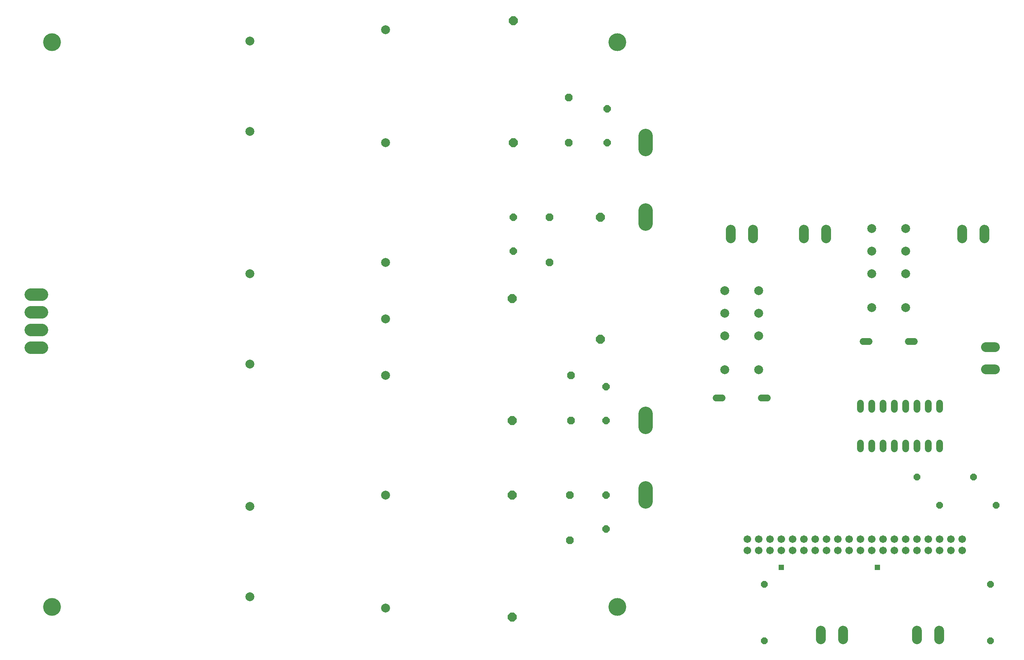
<source format=gts>
G75*
%MOIN*%
%OFA0B0*%
%FSLAX25Y25*%
%IPPOS*%
%LPD*%
%AMOC8*
5,1,8,0,0,1.08239X$1,22.5*
%
%ADD10C,0.15750*%
%ADD11C,0.07887*%
%ADD12C,0.12650*%
%ADD13C,0.10839*%
%ADD14OC8,0.07850*%
%ADD15OC8,0.06800*%
%ADD16OC8,0.06400*%
%ADD17OC8,0.06000*%
%ADD18C,0.06737*%
%ADD19C,0.08600*%
%ADD20C,0.06000*%
%ADD21R,0.04762X0.04762*%
D10*
X0051800Y0051800D03*
X0551800Y0051800D03*
X0551800Y0551800D03*
X0051800Y0551800D03*
D11*
X0226800Y0552800D03*
X0226800Y0472800D03*
X0346800Y0462800D03*
X0346800Y0562800D03*
X0346800Y0356800D03*
X0346800Y0306800D03*
X0346800Y0256800D03*
X0226800Y0266800D03*
X0226800Y0346800D03*
X0346800Y0150800D03*
X0226800Y0140800D03*
X0226800Y0060800D03*
X0346800Y0050800D03*
X0646800Y0261800D03*
X0676800Y0261800D03*
X0676800Y0291800D03*
X0676800Y0311800D03*
X0676800Y0331800D03*
X0646800Y0331800D03*
X0646800Y0311800D03*
X0646800Y0291800D03*
X0776800Y0316800D03*
X0806800Y0316800D03*
X0806800Y0346800D03*
X0806800Y0366800D03*
X0806800Y0386800D03*
X0776800Y0386800D03*
X0776800Y0366800D03*
X0776800Y0346800D03*
D12*
X0576800Y0390875D02*
X0576800Y0402725D01*
X0576800Y0456875D02*
X0576800Y0468725D01*
X0576800Y0222725D02*
X0576800Y0210875D01*
X0576800Y0156725D02*
X0576800Y0144875D01*
D13*
X0042820Y0281414D02*
X0032780Y0281414D01*
X0032780Y0297005D02*
X0042820Y0297005D01*
X0042820Y0312595D02*
X0032780Y0312595D01*
X0032780Y0328186D02*
X0042820Y0328186D01*
D14*
X0458800Y0324800D03*
X0536800Y0288800D03*
X0458800Y0216800D03*
X0458800Y0150800D03*
X0458800Y0042800D03*
X0536800Y0396800D03*
X0459800Y0462800D03*
X0459800Y0570800D03*
D15*
X0508800Y0502800D03*
X0508800Y0462800D03*
X0491800Y0396800D03*
X0491800Y0356800D03*
X0510800Y0256800D03*
X0510800Y0216800D03*
X0509800Y0150800D03*
X0509800Y0110800D03*
D16*
X0541800Y0120800D03*
X0541800Y0150800D03*
X0541800Y0216800D03*
X0541800Y0246800D03*
X0459800Y0366800D03*
X0459800Y0396800D03*
X0542800Y0462800D03*
X0542800Y0492800D03*
D17*
X0816800Y0166800D03*
X0836800Y0141800D03*
X0866800Y0166800D03*
X0886800Y0141800D03*
X0881800Y0071800D03*
X0881800Y0021800D03*
X0681800Y0021800D03*
X0681800Y0071800D03*
D18*
X0676800Y0101800D03*
X0666800Y0101800D03*
X0666800Y0111800D03*
X0676800Y0111800D03*
X0686800Y0111800D03*
X0696800Y0111800D03*
X0706800Y0111800D03*
X0706800Y0101800D03*
X0696800Y0101800D03*
X0686800Y0101800D03*
X0716800Y0101800D03*
X0726800Y0101800D03*
X0736800Y0101800D03*
X0746800Y0101800D03*
X0756800Y0101800D03*
X0766800Y0101800D03*
X0776800Y0101800D03*
X0786800Y0101800D03*
X0796800Y0101800D03*
X0806800Y0101800D03*
X0816800Y0101800D03*
X0816800Y0111800D03*
X0806800Y0111800D03*
X0796800Y0111800D03*
X0786800Y0111800D03*
X0776800Y0111800D03*
X0766800Y0111800D03*
X0756800Y0111800D03*
X0746800Y0111800D03*
X0736800Y0111800D03*
X0726800Y0111800D03*
X0716800Y0111800D03*
X0826800Y0111800D03*
X0836800Y0111800D03*
X0846800Y0111800D03*
X0856800Y0111800D03*
X0856800Y0101800D03*
X0846800Y0101800D03*
X0836800Y0101800D03*
X0826800Y0101800D03*
D19*
X0836600Y0030700D02*
X0836600Y0022900D01*
X0816900Y0022900D02*
X0816900Y0030700D01*
X0751600Y0030700D02*
X0751600Y0022900D01*
X0731900Y0022900D02*
X0731900Y0030700D01*
X0877900Y0262000D02*
X0885700Y0262000D01*
X0885700Y0281700D02*
X0877900Y0281700D01*
X0876600Y0377900D02*
X0876600Y0385700D01*
X0856900Y0385700D02*
X0856900Y0377900D01*
X0736600Y0377900D02*
X0736600Y0385700D01*
X0716900Y0385700D02*
X0716900Y0377900D01*
X0671700Y0377900D02*
X0671700Y0385700D01*
X0652000Y0385700D02*
X0652000Y0377900D01*
D20*
X0769200Y0286800D02*
X0774400Y0286800D01*
X0809200Y0286800D02*
X0814400Y0286800D01*
X0816800Y0232000D02*
X0816800Y0226800D01*
X0806800Y0226800D02*
X0806800Y0232000D01*
X0796800Y0232000D02*
X0796800Y0226800D01*
X0786800Y0226800D02*
X0786800Y0232000D01*
X0776800Y0232000D02*
X0776800Y0226800D01*
X0766800Y0226800D02*
X0766800Y0232000D01*
X0766800Y0196800D02*
X0766800Y0191600D01*
X0776800Y0191600D02*
X0776800Y0196800D01*
X0786800Y0196800D02*
X0786800Y0191600D01*
X0796800Y0191600D02*
X0796800Y0196800D01*
X0806800Y0196800D02*
X0806800Y0191600D01*
X0816800Y0191600D02*
X0816800Y0196800D01*
X0826800Y0196800D02*
X0826800Y0191600D01*
X0836800Y0191600D02*
X0836800Y0196800D01*
X0836800Y0226800D02*
X0836800Y0232000D01*
X0826800Y0232000D02*
X0826800Y0226800D01*
X0684400Y0236800D02*
X0679200Y0236800D01*
X0644400Y0236800D02*
X0639200Y0236800D01*
D21*
X0696800Y0086800D03*
X0781800Y0086800D03*
M02*

</source>
